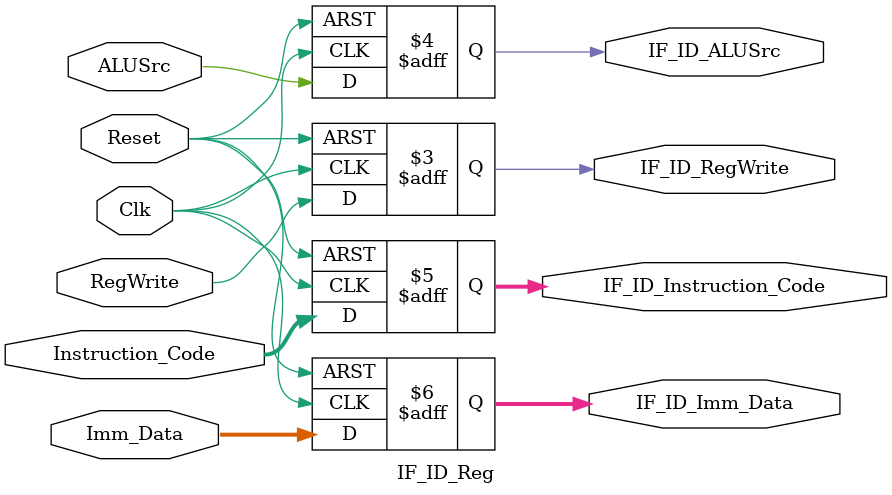
<source format=v>
`timescale 1ns / 1ps

module IF_ID_Reg(
	input Clk, 
	input Reset, 
	input RegWrite, 
	input ALUSrc, 
	input [7:0] Instruction_Code, 
	input [7:0] Imm_Data, 
	
	output reg IF_ID_RegWrite, 
	output reg IF_ID_ALUSrc, 
	output reg [7:0] IF_ID_Instruction_Code, 
	output reg [7:0] IF_ID_Imm_Data 
    );
	 
	 always @(posedge Clk, posedge Reset)
	 begin
		if(Reset == 1)
		begin
			IF_ID_RegWrite <= 0 ;
			IF_ID_ALUSrc <= 0;
			IF_ID_Instruction_Code <= 0;
			IF_ID_Imm_Data <= 0;
		end
		
		else
		begin
			IF_ID_RegWrite <= RegWrite ;
			IF_ID_ALUSrc <= ALUSrc;
			IF_ID_Instruction_Code <= Instruction_Code;
			IF_ID_Imm_Data <= Imm_Data;
		end
	 end


endmodule

</source>
